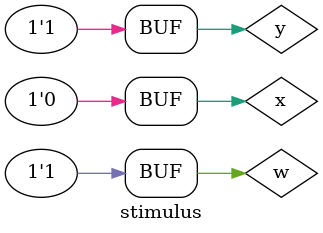
<source format=v>
`timescale 1ns / 1ps
`include "three_and_gate.v"

module stimulus;
	// Inputs
	reg x;
	reg y;
	reg w;
	// Outputs
	wire z;
	// Instantiate the Unit Under Test (UUT)
	and_gate uut (
		x, 
		y, 
		w, 
		z
	);
 
	initial begin
	$dumpfile("test.vcd");
    $dumpvars(0,stimulus);
		// Initialize Inputs
		x = 0;
		y = 0;
		w = 0;
 
	#10 x = 1;
	#10 y = 1;
	#10 w = 1;
	#10 y = 0;
	#10 w = 0;	
	#10 x = 0;
	#10 y = 1;
	#10 w = 1;	  
	#40 ;
 
	end  
 
		initial begin
		 $monitor("t=%3d x=%d,y=%d,w=%d,z=%d \n",$time,x,y,w,z, );
		 end
 
endmodule
 
 

</source>
